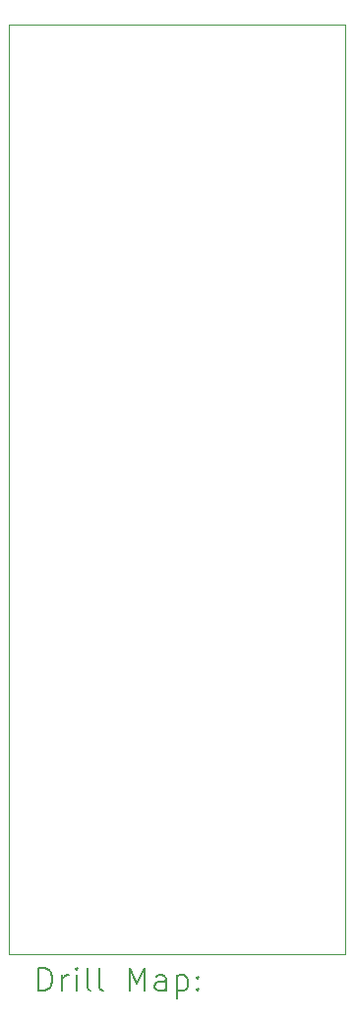
<source format=gbr>
%TF.GenerationSoftware,KiCad,Pcbnew,8.0.6*%
%TF.CreationDate,2024-11-20T19:23:59-05:00*%
%TF.ProjectId,solouno_sidepanel,736f6c6f-756e-46f5-9f73-69646570616e,rev?*%
%TF.SameCoordinates,Original*%
%TF.FileFunction,Drillmap*%
%TF.FilePolarity,Positive*%
%FSLAX45Y45*%
G04 Gerber Fmt 4.5, Leading zero omitted, Abs format (unit mm)*
G04 Created by KiCad (PCBNEW 8.0.6) date 2024-11-20 19:23:59*
%MOMM*%
%LPD*%
G01*
G04 APERTURE LIST*
%ADD10C,0.050000*%
%ADD11C,0.200000*%
G04 APERTURE END LIST*
D10*
X5251000Y-8958000D02*
X8151000Y-8958000D01*
X8151000Y-16958000D01*
X5251000Y-16958000D01*
X5251000Y-8958000D01*
D11*
X5509277Y-17271984D02*
X5509277Y-17071984D01*
X5509277Y-17071984D02*
X5556896Y-17071984D01*
X5556896Y-17071984D02*
X5585467Y-17081508D01*
X5585467Y-17081508D02*
X5604515Y-17100555D01*
X5604515Y-17100555D02*
X5614039Y-17119603D01*
X5614039Y-17119603D02*
X5623562Y-17157698D01*
X5623562Y-17157698D02*
X5623562Y-17186270D01*
X5623562Y-17186270D02*
X5614039Y-17224365D01*
X5614039Y-17224365D02*
X5604515Y-17243412D01*
X5604515Y-17243412D02*
X5585467Y-17262460D01*
X5585467Y-17262460D02*
X5556896Y-17271984D01*
X5556896Y-17271984D02*
X5509277Y-17271984D01*
X5709277Y-17271984D02*
X5709277Y-17138650D01*
X5709277Y-17176746D02*
X5718801Y-17157698D01*
X5718801Y-17157698D02*
X5728324Y-17148174D01*
X5728324Y-17148174D02*
X5747372Y-17138650D01*
X5747372Y-17138650D02*
X5766420Y-17138650D01*
X5833086Y-17271984D02*
X5833086Y-17138650D01*
X5833086Y-17071984D02*
X5823562Y-17081508D01*
X5823562Y-17081508D02*
X5833086Y-17091031D01*
X5833086Y-17091031D02*
X5842610Y-17081508D01*
X5842610Y-17081508D02*
X5833086Y-17071984D01*
X5833086Y-17071984D02*
X5833086Y-17091031D01*
X5956896Y-17271984D02*
X5937848Y-17262460D01*
X5937848Y-17262460D02*
X5928324Y-17243412D01*
X5928324Y-17243412D02*
X5928324Y-17071984D01*
X6061658Y-17271984D02*
X6042610Y-17262460D01*
X6042610Y-17262460D02*
X6033086Y-17243412D01*
X6033086Y-17243412D02*
X6033086Y-17071984D01*
X6290229Y-17271984D02*
X6290229Y-17071984D01*
X6290229Y-17071984D02*
X6356896Y-17214841D01*
X6356896Y-17214841D02*
X6423562Y-17071984D01*
X6423562Y-17071984D02*
X6423562Y-17271984D01*
X6604515Y-17271984D02*
X6604515Y-17167222D01*
X6604515Y-17167222D02*
X6594991Y-17148174D01*
X6594991Y-17148174D02*
X6575943Y-17138650D01*
X6575943Y-17138650D02*
X6537848Y-17138650D01*
X6537848Y-17138650D02*
X6518801Y-17148174D01*
X6604515Y-17262460D02*
X6585467Y-17271984D01*
X6585467Y-17271984D02*
X6537848Y-17271984D01*
X6537848Y-17271984D02*
X6518801Y-17262460D01*
X6518801Y-17262460D02*
X6509277Y-17243412D01*
X6509277Y-17243412D02*
X6509277Y-17224365D01*
X6509277Y-17224365D02*
X6518801Y-17205317D01*
X6518801Y-17205317D02*
X6537848Y-17195793D01*
X6537848Y-17195793D02*
X6585467Y-17195793D01*
X6585467Y-17195793D02*
X6604515Y-17186270D01*
X6699753Y-17138650D02*
X6699753Y-17338650D01*
X6699753Y-17148174D02*
X6718801Y-17138650D01*
X6718801Y-17138650D02*
X6756896Y-17138650D01*
X6756896Y-17138650D02*
X6775943Y-17148174D01*
X6775943Y-17148174D02*
X6785467Y-17157698D01*
X6785467Y-17157698D02*
X6794991Y-17176746D01*
X6794991Y-17176746D02*
X6794991Y-17233889D01*
X6794991Y-17233889D02*
X6785467Y-17252936D01*
X6785467Y-17252936D02*
X6775943Y-17262460D01*
X6775943Y-17262460D02*
X6756896Y-17271984D01*
X6756896Y-17271984D02*
X6718801Y-17271984D01*
X6718801Y-17271984D02*
X6699753Y-17262460D01*
X6880705Y-17252936D02*
X6890229Y-17262460D01*
X6890229Y-17262460D02*
X6880705Y-17271984D01*
X6880705Y-17271984D02*
X6871182Y-17262460D01*
X6871182Y-17262460D02*
X6880705Y-17252936D01*
X6880705Y-17252936D02*
X6880705Y-17271984D01*
X6880705Y-17148174D02*
X6890229Y-17157698D01*
X6890229Y-17157698D02*
X6880705Y-17167222D01*
X6880705Y-17167222D02*
X6871182Y-17157698D01*
X6871182Y-17157698D02*
X6880705Y-17148174D01*
X6880705Y-17148174D02*
X6880705Y-17167222D01*
M02*

</source>
